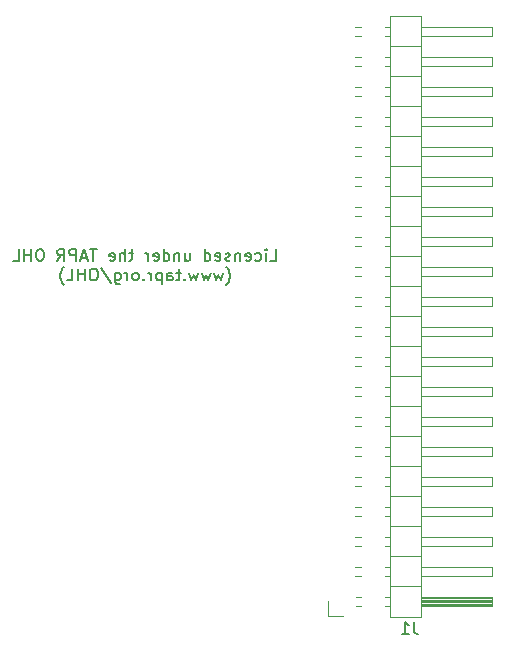
<source format=gbr>
G04 #@! TF.GenerationSoftware,KiCad,Pcbnew,(5.1.5-0-10_14)*
G04 #@! TF.CreationDate,2020-10-26T17:45:29+01:00*
G04 #@! TF.ProjectId,alu,616c752e-6b69-4636-9164-5f7063625858,rev?*
G04 #@! TF.SameCoordinates,Original*
G04 #@! TF.FileFunction,Legend,Bot*
G04 #@! TF.FilePolarity,Positive*
%FSLAX46Y46*%
G04 Gerber Fmt 4.6, Leading zero omitted, Abs format (unit mm)*
G04 Created by KiCad (PCBNEW (5.1.5-0-10_14)) date 2020-10-26 17:45:29*
%MOMM*%
%LPD*%
G04 APERTURE LIST*
%ADD10C,0.150000*%
%ADD11C,0.120000*%
G04 APERTURE END LIST*
D10*
X182771428Y-81427380D02*
X183247619Y-81427380D01*
X183247619Y-80427380D01*
X182438095Y-81427380D02*
X182438095Y-80760714D01*
X182438095Y-80427380D02*
X182485714Y-80475000D01*
X182438095Y-80522619D01*
X182390476Y-80475000D01*
X182438095Y-80427380D01*
X182438095Y-80522619D01*
X181533333Y-81379761D02*
X181628571Y-81427380D01*
X181819047Y-81427380D01*
X181914285Y-81379761D01*
X181961904Y-81332142D01*
X182009523Y-81236904D01*
X182009523Y-80951190D01*
X181961904Y-80855952D01*
X181914285Y-80808333D01*
X181819047Y-80760714D01*
X181628571Y-80760714D01*
X181533333Y-80808333D01*
X180723809Y-81379761D02*
X180819047Y-81427380D01*
X181009523Y-81427380D01*
X181104761Y-81379761D01*
X181152380Y-81284523D01*
X181152380Y-80903571D01*
X181104761Y-80808333D01*
X181009523Y-80760714D01*
X180819047Y-80760714D01*
X180723809Y-80808333D01*
X180676190Y-80903571D01*
X180676190Y-80998809D01*
X181152380Y-81094047D01*
X180247619Y-80760714D02*
X180247619Y-81427380D01*
X180247619Y-80855952D02*
X180200000Y-80808333D01*
X180104761Y-80760714D01*
X179961904Y-80760714D01*
X179866666Y-80808333D01*
X179819047Y-80903571D01*
X179819047Y-81427380D01*
X179390476Y-81379761D02*
X179295238Y-81427380D01*
X179104761Y-81427380D01*
X179009523Y-81379761D01*
X178961904Y-81284523D01*
X178961904Y-81236904D01*
X179009523Y-81141666D01*
X179104761Y-81094047D01*
X179247619Y-81094047D01*
X179342857Y-81046428D01*
X179390476Y-80951190D01*
X179390476Y-80903571D01*
X179342857Y-80808333D01*
X179247619Y-80760714D01*
X179104761Y-80760714D01*
X179009523Y-80808333D01*
X178152380Y-81379761D02*
X178247619Y-81427380D01*
X178438095Y-81427380D01*
X178533333Y-81379761D01*
X178580952Y-81284523D01*
X178580952Y-80903571D01*
X178533333Y-80808333D01*
X178438095Y-80760714D01*
X178247619Y-80760714D01*
X178152380Y-80808333D01*
X178104761Y-80903571D01*
X178104761Y-80998809D01*
X178580952Y-81094047D01*
X177247619Y-81427380D02*
X177247619Y-80427380D01*
X177247619Y-81379761D02*
X177342857Y-81427380D01*
X177533333Y-81427380D01*
X177628571Y-81379761D01*
X177676190Y-81332142D01*
X177723809Y-81236904D01*
X177723809Y-80951190D01*
X177676190Y-80855952D01*
X177628571Y-80808333D01*
X177533333Y-80760714D01*
X177342857Y-80760714D01*
X177247619Y-80808333D01*
X175580952Y-80760714D02*
X175580952Y-81427380D01*
X176009523Y-80760714D02*
X176009523Y-81284523D01*
X175961904Y-81379761D01*
X175866666Y-81427380D01*
X175723809Y-81427380D01*
X175628571Y-81379761D01*
X175580952Y-81332142D01*
X175104761Y-80760714D02*
X175104761Y-81427380D01*
X175104761Y-80855952D02*
X175057142Y-80808333D01*
X174961904Y-80760714D01*
X174819047Y-80760714D01*
X174723809Y-80808333D01*
X174676190Y-80903571D01*
X174676190Y-81427380D01*
X173771428Y-81427380D02*
X173771428Y-80427380D01*
X173771428Y-81379761D02*
X173866666Y-81427380D01*
X174057142Y-81427380D01*
X174152380Y-81379761D01*
X174200000Y-81332142D01*
X174247619Y-81236904D01*
X174247619Y-80951190D01*
X174200000Y-80855952D01*
X174152380Y-80808333D01*
X174057142Y-80760714D01*
X173866666Y-80760714D01*
X173771428Y-80808333D01*
X172914285Y-81379761D02*
X173009523Y-81427380D01*
X173200000Y-81427380D01*
X173295238Y-81379761D01*
X173342857Y-81284523D01*
X173342857Y-80903571D01*
X173295238Y-80808333D01*
X173200000Y-80760714D01*
X173009523Y-80760714D01*
X172914285Y-80808333D01*
X172866666Y-80903571D01*
X172866666Y-80998809D01*
X173342857Y-81094047D01*
X172438095Y-81427380D02*
X172438095Y-80760714D01*
X172438095Y-80951190D02*
X172390476Y-80855952D01*
X172342857Y-80808333D01*
X172247619Y-80760714D01*
X172152380Y-80760714D01*
X171200000Y-80760714D02*
X170819047Y-80760714D01*
X171057142Y-80427380D02*
X171057142Y-81284523D01*
X171009523Y-81379761D01*
X170914285Y-81427380D01*
X170819047Y-81427380D01*
X170485714Y-81427380D02*
X170485714Y-80427380D01*
X170057142Y-81427380D02*
X170057142Y-80903571D01*
X170104761Y-80808333D01*
X170200000Y-80760714D01*
X170342857Y-80760714D01*
X170438095Y-80808333D01*
X170485714Y-80855952D01*
X169200000Y-81379761D02*
X169295238Y-81427380D01*
X169485714Y-81427380D01*
X169580952Y-81379761D01*
X169628571Y-81284523D01*
X169628571Y-80903571D01*
X169580952Y-80808333D01*
X169485714Y-80760714D01*
X169295238Y-80760714D01*
X169200000Y-80808333D01*
X169152380Y-80903571D01*
X169152380Y-80998809D01*
X169628571Y-81094047D01*
X168104761Y-80427380D02*
X167533333Y-80427380D01*
X167819047Y-81427380D02*
X167819047Y-80427380D01*
X167247619Y-81141666D02*
X166771428Y-81141666D01*
X167342857Y-81427380D02*
X167009523Y-80427380D01*
X166676190Y-81427380D01*
X166342857Y-81427380D02*
X166342857Y-80427380D01*
X165961904Y-80427380D01*
X165866666Y-80475000D01*
X165819047Y-80522619D01*
X165771428Y-80617857D01*
X165771428Y-80760714D01*
X165819047Y-80855952D01*
X165866666Y-80903571D01*
X165961904Y-80951190D01*
X166342857Y-80951190D01*
X164771428Y-81427380D02*
X165104761Y-80951190D01*
X165342857Y-81427380D02*
X165342857Y-80427380D01*
X164961904Y-80427380D01*
X164866666Y-80475000D01*
X164819047Y-80522619D01*
X164771428Y-80617857D01*
X164771428Y-80760714D01*
X164819047Y-80855952D01*
X164866666Y-80903571D01*
X164961904Y-80951190D01*
X165342857Y-80951190D01*
X163390476Y-80427380D02*
X163200000Y-80427380D01*
X163104761Y-80475000D01*
X163009523Y-80570238D01*
X162961904Y-80760714D01*
X162961904Y-81094047D01*
X163009523Y-81284523D01*
X163104761Y-81379761D01*
X163200000Y-81427380D01*
X163390476Y-81427380D01*
X163485714Y-81379761D01*
X163580952Y-81284523D01*
X163628571Y-81094047D01*
X163628571Y-80760714D01*
X163580952Y-80570238D01*
X163485714Y-80475000D01*
X163390476Y-80427380D01*
X162533333Y-81427380D02*
X162533333Y-80427380D01*
X162533333Y-80903571D02*
X161961904Y-80903571D01*
X161961904Y-81427380D02*
X161961904Y-80427380D01*
X161009523Y-81427380D02*
X161485714Y-81427380D01*
X161485714Y-80427380D01*
X179080952Y-83458333D02*
X179128571Y-83410714D01*
X179223809Y-83267857D01*
X179271428Y-83172619D01*
X179319047Y-83029761D01*
X179366666Y-82791666D01*
X179366666Y-82601190D01*
X179319047Y-82363095D01*
X179271428Y-82220238D01*
X179223809Y-82125000D01*
X179128571Y-81982142D01*
X179080952Y-81934523D01*
X178795238Y-82410714D02*
X178604761Y-83077380D01*
X178414285Y-82601190D01*
X178223809Y-83077380D01*
X178033333Y-82410714D01*
X177747619Y-82410714D02*
X177557142Y-83077380D01*
X177366666Y-82601190D01*
X177176190Y-83077380D01*
X176985714Y-82410714D01*
X176700000Y-82410714D02*
X176509523Y-83077380D01*
X176319047Y-82601190D01*
X176128571Y-83077380D01*
X175938095Y-82410714D01*
X175557142Y-82982142D02*
X175509523Y-83029761D01*
X175557142Y-83077380D01*
X175604761Y-83029761D01*
X175557142Y-82982142D01*
X175557142Y-83077380D01*
X175223809Y-82410714D02*
X174842857Y-82410714D01*
X175080952Y-82077380D02*
X175080952Y-82934523D01*
X175033333Y-83029761D01*
X174938095Y-83077380D01*
X174842857Y-83077380D01*
X174080952Y-83077380D02*
X174080952Y-82553571D01*
X174128571Y-82458333D01*
X174223809Y-82410714D01*
X174414285Y-82410714D01*
X174509523Y-82458333D01*
X174080952Y-83029761D02*
X174176190Y-83077380D01*
X174414285Y-83077380D01*
X174509523Y-83029761D01*
X174557142Y-82934523D01*
X174557142Y-82839285D01*
X174509523Y-82744047D01*
X174414285Y-82696428D01*
X174176190Y-82696428D01*
X174080952Y-82648809D01*
X173604761Y-82410714D02*
X173604761Y-83410714D01*
X173604761Y-82458333D02*
X173509523Y-82410714D01*
X173319047Y-82410714D01*
X173223809Y-82458333D01*
X173176190Y-82505952D01*
X173128571Y-82601190D01*
X173128571Y-82886904D01*
X173176190Y-82982142D01*
X173223809Y-83029761D01*
X173319047Y-83077380D01*
X173509523Y-83077380D01*
X173604761Y-83029761D01*
X172700000Y-83077380D02*
X172700000Y-82410714D01*
X172700000Y-82601190D02*
X172652380Y-82505952D01*
X172604761Y-82458333D01*
X172509523Y-82410714D01*
X172414285Y-82410714D01*
X172080952Y-82982142D02*
X172033333Y-83029761D01*
X172080952Y-83077380D01*
X172128571Y-83029761D01*
X172080952Y-82982142D01*
X172080952Y-83077380D01*
X171461904Y-83077380D02*
X171557142Y-83029761D01*
X171604761Y-82982142D01*
X171652380Y-82886904D01*
X171652380Y-82601190D01*
X171604761Y-82505952D01*
X171557142Y-82458333D01*
X171461904Y-82410714D01*
X171319047Y-82410714D01*
X171223809Y-82458333D01*
X171176190Y-82505952D01*
X171128571Y-82601190D01*
X171128571Y-82886904D01*
X171176190Y-82982142D01*
X171223809Y-83029761D01*
X171319047Y-83077380D01*
X171461904Y-83077380D01*
X170700000Y-83077380D02*
X170700000Y-82410714D01*
X170700000Y-82601190D02*
X170652380Y-82505952D01*
X170604761Y-82458333D01*
X170509523Y-82410714D01*
X170414285Y-82410714D01*
X169652380Y-82410714D02*
X169652380Y-83220238D01*
X169700000Y-83315476D01*
X169747619Y-83363095D01*
X169842857Y-83410714D01*
X169985714Y-83410714D01*
X170080952Y-83363095D01*
X169652380Y-83029761D02*
X169747619Y-83077380D01*
X169938095Y-83077380D01*
X170033333Y-83029761D01*
X170080952Y-82982142D01*
X170128571Y-82886904D01*
X170128571Y-82601190D01*
X170080952Y-82505952D01*
X170033333Y-82458333D01*
X169938095Y-82410714D01*
X169747619Y-82410714D01*
X169652380Y-82458333D01*
X168461904Y-82029761D02*
X169319047Y-83315476D01*
X167938095Y-82077380D02*
X167747619Y-82077380D01*
X167652380Y-82125000D01*
X167557142Y-82220238D01*
X167509523Y-82410714D01*
X167509523Y-82744047D01*
X167557142Y-82934523D01*
X167652380Y-83029761D01*
X167747619Y-83077380D01*
X167938095Y-83077380D01*
X168033333Y-83029761D01*
X168128571Y-82934523D01*
X168176190Y-82744047D01*
X168176190Y-82410714D01*
X168128571Y-82220238D01*
X168033333Y-82125000D01*
X167938095Y-82077380D01*
X167080952Y-83077380D02*
X167080952Y-82077380D01*
X167080952Y-82553571D02*
X166509523Y-82553571D01*
X166509523Y-83077380D02*
X166509523Y-82077380D01*
X165557142Y-83077380D02*
X166033333Y-83077380D01*
X166033333Y-82077380D01*
X165319047Y-83458333D02*
X165271428Y-83410714D01*
X165176190Y-83267857D01*
X165128571Y-83172619D01*
X165080952Y-83029761D01*
X165033333Y-82791666D01*
X165033333Y-82601190D01*
X165080952Y-82363095D01*
X165128571Y-82220238D01*
X165176190Y-82125000D01*
X165271428Y-81982142D01*
X165319047Y-81934523D01*
D11*
X192940000Y-111590000D02*
X192940000Y-60670000D01*
X192940000Y-60670000D02*
X195600000Y-60670000D01*
X195600000Y-60670000D02*
X195600000Y-111590000D01*
X195600000Y-111590000D02*
X192940000Y-111590000D01*
X195600000Y-110640000D02*
X201600000Y-110640000D01*
X201600000Y-110640000D02*
X201600000Y-109880000D01*
X201600000Y-109880000D02*
X195600000Y-109880000D01*
X195600000Y-110580000D02*
X201600000Y-110580000D01*
X195600000Y-110460000D02*
X201600000Y-110460000D01*
X195600000Y-110340000D02*
X201600000Y-110340000D01*
X195600000Y-110220000D02*
X201600000Y-110220000D01*
X195600000Y-110100000D02*
X201600000Y-110100000D01*
X195600000Y-109980000D02*
X201600000Y-109980000D01*
X192542929Y-110640000D02*
X192940000Y-110640000D01*
X192542929Y-109880000D02*
X192940000Y-109880000D01*
X190070000Y-110640000D02*
X190457071Y-110640000D01*
X190070000Y-109880000D02*
X190457071Y-109880000D01*
X192940000Y-108990000D02*
X195600000Y-108990000D01*
X195600000Y-108100000D02*
X201600000Y-108100000D01*
X201600000Y-108100000D02*
X201600000Y-107340000D01*
X201600000Y-107340000D02*
X195600000Y-107340000D01*
X192542929Y-108100000D02*
X192940000Y-108100000D01*
X192542929Y-107340000D02*
X192940000Y-107340000D01*
X190002929Y-108100000D02*
X190457071Y-108100000D01*
X190002929Y-107340000D02*
X190457071Y-107340000D01*
X192940000Y-106450000D02*
X195600000Y-106450000D01*
X195600000Y-105560000D02*
X201600000Y-105560000D01*
X201600000Y-105560000D02*
X201600000Y-104800000D01*
X201600000Y-104800000D02*
X195600000Y-104800000D01*
X192542929Y-105560000D02*
X192940000Y-105560000D01*
X192542929Y-104800000D02*
X192940000Y-104800000D01*
X190002929Y-105560000D02*
X190457071Y-105560000D01*
X190002929Y-104800000D02*
X190457071Y-104800000D01*
X192940000Y-103910000D02*
X195600000Y-103910000D01*
X195600000Y-103020000D02*
X201600000Y-103020000D01*
X201600000Y-103020000D02*
X201600000Y-102260000D01*
X201600000Y-102260000D02*
X195600000Y-102260000D01*
X192542929Y-103020000D02*
X192940000Y-103020000D01*
X192542929Y-102260000D02*
X192940000Y-102260000D01*
X190002929Y-103020000D02*
X190457071Y-103020000D01*
X190002929Y-102260000D02*
X190457071Y-102260000D01*
X192940000Y-101370000D02*
X195600000Y-101370000D01*
X195600000Y-100480000D02*
X201600000Y-100480000D01*
X201600000Y-100480000D02*
X201600000Y-99720000D01*
X201600000Y-99720000D02*
X195600000Y-99720000D01*
X192542929Y-100480000D02*
X192940000Y-100480000D01*
X192542929Y-99720000D02*
X192940000Y-99720000D01*
X190002929Y-100480000D02*
X190457071Y-100480000D01*
X190002929Y-99720000D02*
X190457071Y-99720000D01*
X192940000Y-98830000D02*
X195600000Y-98830000D01*
X195600000Y-97940000D02*
X201600000Y-97940000D01*
X201600000Y-97940000D02*
X201600000Y-97180000D01*
X201600000Y-97180000D02*
X195600000Y-97180000D01*
X192542929Y-97940000D02*
X192940000Y-97940000D01*
X192542929Y-97180000D02*
X192940000Y-97180000D01*
X190002929Y-97940000D02*
X190457071Y-97940000D01*
X190002929Y-97180000D02*
X190457071Y-97180000D01*
X192940000Y-96290000D02*
X195600000Y-96290000D01*
X195600000Y-95400000D02*
X201600000Y-95400000D01*
X201600000Y-95400000D02*
X201600000Y-94640000D01*
X201600000Y-94640000D02*
X195600000Y-94640000D01*
X192542929Y-95400000D02*
X192940000Y-95400000D01*
X192542929Y-94640000D02*
X192940000Y-94640000D01*
X190002929Y-95400000D02*
X190457071Y-95400000D01*
X190002929Y-94640000D02*
X190457071Y-94640000D01*
X192940000Y-93750000D02*
X195600000Y-93750000D01*
X195600000Y-92860000D02*
X201600000Y-92860000D01*
X201600000Y-92860000D02*
X201600000Y-92100000D01*
X201600000Y-92100000D02*
X195600000Y-92100000D01*
X192542929Y-92860000D02*
X192940000Y-92860000D01*
X192542929Y-92100000D02*
X192940000Y-92100000D01*
X190002929Y-92860000D02*
X190457071Y-92860000D01*
X190002929Y-92100000D02*
X190457071Y-92100000D01*
X192940000Y-91210000D02*
X195600000Y-91210000D01*
X195600000Y-90320000D02*
X201600000Y-90320000D01*
X201600000Y-90320000D02*
X201600000Y-89560000D01*
X201600000Y-89560000D02*
X195600000Y-89560000D01*
X192542929Y-90320000D02*
X192940000Y-90320000D01*
X192542929Y-89560000D02*
X192940000Y-89560000D01*
X190002929Y-90320000D02*
X190457071Y-90320000D01*
X190002929Y-89560000D02*
X190457071Y-89560000D01*
X192940000Y-88670000D02*
X195600000Y-88670000D01*
X195600000Y-87780000D02*
X201600000Y-87780000D01*
X201600000Y-87780000D02*
X201600000Y-87020000D01*
X201600000Y-87020000D02*
X195600000Y-87020000D01*
X192542929Y-87780000D02*
X192940000Y-87780000D01*
X192542929Y-87020000D02*
X192940000Y-87020000D01*
X190002929Y-87780000D02*
X190457071Y-87780000D01*
X190002929Y-87020000D02*
X190457071Y-87020000D01*
X192940000Y-86130000D02*
X195600000Y-86130000D01*
X195600000Y-85240000D02*
X201600000Y-85240000D01*
X201600000Y-85240000D02*
X201600000Y-84480000D01*
X201600000Y-84480000D02*
X195600000Y-84480000D01*
X192542929Y-85240000D02*
X192940000Y-85240000D01*
X192542929Y-84480000D02*
X192940000Y-84480000D01*
X190002929Y-85240000D02*
X190457071Y-85240000D01*
X190002929Y-84480000D02*
X190457071Y-84480000D01*
X192940000Y-83590000D02*
X195600000Y-83590000D01*
X195600000Y-82700000D02*
X201600000Y-82700000D01*
X201600000Y-82700000D02*
X201600000Y-81940000D01*
X201600000Y-81940000D02*
X195600000Y-81940000D01*
X192542929Y-82700000D02*
X192940000Y-82700000D01*
X192542929Y-81940000D02*
X192940000Y-81940000D01*
X190002929Y-82700000D02*
X190457071Y-82700000D01*
X190002929Y-81940000D02*
X190457071Y-81940000D01*
X192940000Y-81050000D02*
X195600000Y-81050000D01*
X195600000Y-80160000D02*
X201600000Y-80160000D01*
X201600000Y-80160000D02*
X201600000Y-79400000D01*
X201600000Y-79400000D02*
X195600000Y-79400000D01*
X192542929Y-80160000D02*
X192940000Y-80160000D01*
X192542929Y-79400000D02*
X192940000Y-79400000D01*
X190002929Y-80160000D02*
X190457071Y-80160000D01*
X190002929Y-79400000D02*
X190457071Y-79400000D01*
X192940000Y-78510000D02*
X195600000Y-78510000D01*
X195600000Y-77620000D02*
X201600000Y-77620000D01*
X201600000Y-77620000D02*
X201600000Y-76860000D01*
X201600000Y-76860000D02*
X195600000Y-76860000D01*
X192542929Y-77620000D02*
X192940000Y-77620000D01*
X192542929Y-76860000D02*
X192940000Y-76860000D01*
X190002929Y-77620000D02*
X190457071Y-77620000D01*
X190002929Y-76860000D02*
X190457071Y-76860000D01*
X192940000Y-75970000D02*
X195600000Y-75970000D01*
X195600000Y-75080000D02*
X201600000Y-75080000D01*
X201600000Y-75080000D02*
X201600000Y-74320000D01*
X201600000Y-74320000D02*
X195600000Y-74320000D01*
X192542929Y-75080000D02*
X192940000Y-75080000D01*
X192542929Y-74320000D02*
X192940000Y-74320000D01*
X190002929Y-75080000D02*
X190457071Y-75080000D01*
X190002929Y-74320000D02*
X190457071Y-74320000D01*
X192940000Y-73430000D02*
X195600000Y-73430000D01*
X195600000Y-72540000D02*
X201600000Y-72540000D01*
X201600000Y-72540000D02*
X201600000Y-71780000D01*
X201600000Y-71780000D02*
X195600000Y-71780000D01*
X192542929Y-72540000D02*
X192940000Y-72540000D01*
X192542929Y-71780000D02*
X192940000Y-71780000D01*
X190002929Y-72540000D02*
X190457071Y-72540000D01*
X190002929Y-71780000D02*
X190457071Y-71780000D01*
X192940000Y-70890000D02*
X195600000Y-70890000D01*
X195600000Y-70000000D02*
X201600000Y-70000000D01*
X201600000Y-70000000D02*
X201600000Y-69240000D01*
X201600000Y-69240000D02*
X195600000Y-69240000D01*
X192542929Y-70000000D02*
X192940000Y-70000000D01*
X192542929Y-69240000D02*
X192940000Y-69240000D01*
X190002929Y-70000000D02*
X190457071Y-70000000D01*
X190002929Y-69240000D02*
X190457071Y-69240000D01*
X192940000Y-68350000D02*
X195600000Y-68350000D01*
X195600000Y-67460000D02*
X201600000Y-67460000D01*
X201600000Y-67460000D02*
X201600000Y-66700000D01*
X201600000Y-66700000D02*
X195600000Y-66700000D01*
X192542929Y-67460000D02*
X192940000Y-67460000D01*
X192542929Y-66700000D02*
X192940000Y-66700000D01*
X190002929Y-67460000D02*
X190457071Y-67460000D01*
X190002929Y-66700000D02*
X190457071Y-66700000D01*
X192940000Y-65810000D02*
X195600000Y-65810000D01*
X195600000Y-64920000D02*
X201600000Y-64920000D01*
X201600000Y-64920000D02*
X201600000Y-64160000D01*
X201600000Y-64160000D02*
X195600000Y-64160000D01*
X192542929Y-64920000D02*
X192940000Y-64920000D01*
X192542929Y-64160000D02*
X192940000Y-64160000D01*
X190002929Y-64920000D02*
X190457071Y-64920000D01*
X190002929Y-64160000D02*
X190457071Y-64160000D01*
X192940000Y-63270000D02*
X195600000Y-63270000D01*
X195600000Y-62380000D02*
X201600000Y-62380000D01*
X201600000Y-62380000D02*
X201600000Y-61620000D01*
X201600000Y-61620000D02*
X195600000Y-61620000D01*
X192542929Y-62380000D02*
X192940000Y-62380000D01*
X192542929Y-61620000D02*
X192940000Y-61620000D01*
X190002929Y-62380000D02*
X190457071Y-62380000D01*
X190002929Y-61620000D02*
X190457071Y-61620000D01*
X187690000Y-110260000D02*
X187690000Y-111530000D01*
X187690000Y-111530000D02*
X188960000Y-111530000D01*
D10*
X194948333Y-111982380D02*
X194948333Y-112696666D01*
X194995952Y-112839523D01*
X195091190Y-112934761D01*
X195234047Y-112982380D01*
X195329285Y-112982380D01*
X193948333Y-112982380D02*
X194519761Y-112982380D01*
X194234047Y-112982380D02*
X194234047Y-111982380D01*
X194329285Y-112125238D01*
X194424523Y-112220476D01*
X194519761Y-112268095D01*
M02*

</source>
